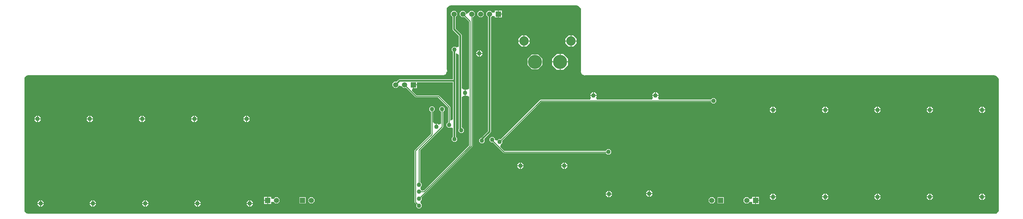
<source format=gbl>
G04*
G04 #@! TF.GenerationSoftware,Altium Limited,Altium Designer,23.10.1 (27)*
G04*
G04 Layer_Physical_Order=2*
G04 Layer_Color=16711680*
%FSLAX44Y44*%
%MOMM*%
G71*
G04*
G04 #@! TF.SameCoordinates,03B978FF-55A4-44C7-B640-70ACE0D70F40*
G04*
G04*
G04 #@! TF.FilePolarity,Positive*
G04*
G01*
G75*
%ADD16C,0.2540*%
%ADD53C,0.5100*%
%ADD55C,1.5000*%
%ADD56R,1.5000X1.5000*%
%ADD57C,2.7000*%
%ADD58C,4.0500*%
%ADD59C,1.2700*%
G36*
X191746Y598451D02*
Y598451D01*
X196748Y593626D01*
X197121Y593090D01*
X197143Y593037D01*
X199180Y591030D01*
Y410210D01*
X199180Y410210D01*
X198553D01*
X201774Y402434D01*
X209550Y399213D01*
X209550Y397781D01*
X209550Y397781D01*
X209550Y397781D01*
X210986Y399217D01*
X211129Y399360D01*
X216290Y399840D01*
X1383206D01*
X1389357Y397790D01*
X1394730Y393861D01*
X1396001Y391160D01*
X1396022Y391108D01*
X1398060Y389100D01*
Y9679D01*
X1396010Y7643D01*
X1396010D01*
X1391921Y2912D01*
X1391921Y2349D01*
X1391920Y1480D01*
X1391920Y1480D01*
X-1385513D01*
X-1391920Y2912D01*
X-1396628Y7620D01*
X-1396970D01*
X-1398060Y7620D01*
Y392269D01*
X-1396629Y393700D01*
X-1391866Y397803D01*
X-1391866Y397803D01*
X-1391087Y398595D01*
X-1385513Y399840D01*
X-196850D01*
Y399213D01*
X-189074Y402434D01*
X-185859Y410196D01*
X-184431Y410187D01*
X-184421Y410209D01*
X-186481Y417210D01*
X-186480Y593090D01*
X-185153D01*
X-184504Y594658D01*
X-180910Y597160D01*
X-179070Y598441D01*
X-179070Y598441D01*
X-179023Y598461D01*
X-178128Y599367D01*
X-172620Y600500D01*
X185595D01*
X191746Y598451D01*
D02*
G37*
%LPC*%
G36*
X-39370Y585350D02*
X-48140D01*
Y579933D01*
X-55140Y579353D01*
X-59867Y584080D01*
X-67133D01*
X-72270Y578943D01*
Y571677D01*
X-67635Y567042D01*
Y239203D01*
X-86559Y220278D01*
X-86985Y219250D01*
X-88246D01*
X-92710Y214786D01*
Y208473D01*
X-88246Y204010D01*
X-81934D01*
X-77470Y208473D01*
Y214786D01*
X-78913Y216229D01*
X-60576Y234566D01*
X-60576Y234566D01*
X-59365Y237490D01*
Y566169D01*
X-55140Y570174D01*
X-48140Y568619D01*
Y565270D01*
X-39370D01*
Y575310D01*
Y585350D01*
D02*
G37*
G36*
X-28060D02*
X-36830D01*
Y576580D01*
X-28060D01*
Y585350D01*
D02*
G37*
G36*
X-110667Y584080D02*
X-117933D01*
X-123070Y578943D01*
Y578854D01*
X-130070Y574688D01*
X-130930Y575154D01*
Y578943D01*
X-136067Y584080D01*
X-143333D01*
X-148470Y578943D01*
Y571677D01*
X-143333Y566540D01*
X-136685D01*
X-136067Y566540D01*
X-135297Y567019D01*
X-129442Y561164D01*
X-122129Y553851D01*
X-122129Y551935D01*
Y360501D01*
X-129129Y357602D01*
X-129668Y358140D01*
X-132080D01*
Y349250D01*
Y340360D01*
X-129668D01*
X-129129Y340898D01*
X-122129Y337999D01*
Y197989D01*
X-251133Y68985D01*
X-257790Y68156D01*
X-260670Y71036D01*
X-261660Y75000D01*
X-260670Y78964D01*
X-257790Y81844D01*
Y88156D01*
X-262254Y92620D01*
X-262661D01*
Y184301D01*
X-225221Y221741D01*
X-210808Y236154D01*
X-197446Y249516D01*
X-197446Y249516D01*
X-196641Y251460D01*
X-196641Y253751D01*
X-196641Y256524D01*
Y261052D01*
Y294458D01*
X-196234Y294640D01*
X-195513Y295361D01*
X-191770Y299104D01*
Y305416D01*
X-196234Y309880D01*
X-202546D01*
X-207010Y305416D01*
Y299104D01*
X-203320Y295414D01*
X-202546Y294640D01*
X-202139Y294458D01*
Y262693D01*
X-202139Y260171D01*
X-203641Y259549D01*
X-209139Y257272D01*
X-212218Y260350D01*
X-214630D01*
Y251460D01*
X-217170D01*
Y260350D01*
X-218851D01*
X-219582Y260350D01*
X-224349Y263111D01*
X-225851Y263981D01*
Y266470D01*
Y294458D01*
X-225444Y294640D01*
X-224723Y295361D01*
X-220980Y299104D01*
Y305416D01*
X-225444Y309880D01*
X-231756D01*
X-236220Y305416D01*
Y299104D01*
X-232530Y295414D01*
X-231756Y294640D01*
X-231349Y294458D01*
Y265023D01*
X-231349Y260356D01*
Y231009D01*
X-233013Y229345D01*
X-277534Y184824D01*
X-278339Y182880D01*
X-278339Y182880D01*
Y85279D01*
Y64721D01*
Y45279D01*
X-278339Y35160D01*
X-278339Y35160D01*
X-277534Y33216D01*
X-272891Y28573D01*
X-273050Y28156D01*
Y21844D01*
X-268586Y17380D01*
X-262274D01*
X-257810Y21844D01*
Y28156D01*
X-260684Y31030D01*
X-261669Y35017D01*
X-260676Y38958D01*
X-258276Y41358D01*
X-257790Y41844D01*
Y48156D01*
X-257790D01*
Y48732D01*
X-112356Y194166D01*
X-112356Y194166D01*
X-111551Y196110D01*
X-111551Y196110D01*
Y552376D01*
X-111551Y566333D01*
X-110667Y566540D01*
X-110230Y566977D01*
X-105530Y571677D01*
Y578943D01*
X-110667Y584080D01*
D02*
G37*
G36*
X-85267D02*
X-92533D01*
X-97670Y578943D01*
Y571677D01*
X-92533Y566540D01*
X-85267D01*
X-80130Y571677D01*
Y578943D01*
X-85267Y584080D01*
D02*
G37*
G36*
X-28060Y574040D02*
X-36830D01*
Y565270D01*
X-28060D01*
Y574040D01*
D02*
G37*
G36*
X177204Y513880D02*
X171830D01*
Y499110D01*
X186600D01*
Y504484D01*
X177204Y513880D01*
D02*
G37*
G36*
X169290D02*
X163916D01*
X154520Y504484D01*
Y499110D01*
X169290D01*
Y513880D01*
D02*
G37*
G36*
X42204D02*
X36830D01*
Y499110D01*
X51600D01*
Y504484D01*
X42204Y513880D01*
D02*
G37*
G36*
X34290D02*
X28916D01*
X19520Y504484D01*
Y499110D01*
X34290D01*
Y513880D01*
D02*
G37*
G36*
X186600Y496570D02*
X171830D01*
Y481800D01*
X177204D01*
X186600Y491196D01*
Y496570D01*
D02*
G37*
G36*
X169290D02*
X154520D01*
Y491196D01*
X163916Y481800D01*
X169290D01*
Y496570D01*
D02*
G37*
G36*
X51600D02*
X36830D01*
Y481800D01*
X42204D01*
X51600Y491196D01*
Y496570D01*
D02*
G37*
G36*
X34290D02*
X19520D01*
Y491196D01*
X28916Y481800D01*
X34290D01*
Y496570D01*
D02*
G37*
G36*
X-161467Y584080D02*
X-168733D01*
X-173870Y578943D01*
Y571677D01*
X-169235Y567042D01*
Y532130D01*
X-168024Y529206D01*
X-151455Y512637D01*
Y482010D01*
X-158455Y479111D01*
X-160674Y481330D01*
X-166986D01*
X-171450Y476866D01*
Y470554D01*
X-167965Y467068D01*
Y387675D01*
X-321310D01*
X-324234Y386464D01*
X-329817Y380880D01*
X-336373D01*
X-341510Y375743D01*
Y368477D01*
X-336373Y363340D01*
X-329107D01*
X-323970Y368477D01*
Y368783D01*
X-323110Y369347D01*
X-316110Y368477D01*
X-310973Y363340D01*
X-304326D01*
X-303707Y363340D01*
X-302937Y363819D01*
X-292879Y353761D01*
X-292879Y353761D01*
X-290496Y351378D01*
X-275911Y336792D01*
X-275910Y336792D01*
X-273967Y335987D01*
X-270248D01*
X-213955D01*
X-211178Y335987D01*
X-210273Y335082D01*
X-183305Y308113D01*
X-181819Y306628D01*
Y305408D01*
X-181819Y271451D01*
X-181819Y264342D01*
X-182226Y264160D01*
X-182947Y263440D01*
X-186690Y259696D01*
Y253384D01*
X-182712Y249406D01*
X-182226Y248920D01*
X-175914D01*
X-174965Y249869D01*
X-167965Y246970D01*
Y222542D01*
X-171450Y219056D01*
Y212744D01*
X-166986Y208280D01*
X-160674D01*
X-156210Y212744D01*
Y219056D01*
X-159695Y222542D01*
Y383540D01*
Y461246D01*
X-158455Y462075D01*
X-151455Y458333D01*
Y246367D01*
X-151034Y245352D01*
X-151930Y244456D01*
Y238144D01*
X-147466Y233680D01*
X-146779Y233680D01*
X-141154D01*
X-136690Y238144D01*
Y244456D01*
X-141154Y248920D01*
X-143185D01*
Y336613D01*
X-137032Y340360D01*
X-136185Y340360D01*
X-134620D01*
Y349250D01*
Y358140D01*
X-136185D01*
X-137032Y358140D01*
X-143185Y361887D01*
Y514350D01*
X-144396Y517274D01*
X-144396Y517274D01*
X-160965Y533843D01*
Y567042D01*
X-156330Y571677D01*
Y578943D01*
X-161467Y584080D01*
D02*
G37*
G36*
X-89028Y471170D02*
X-91440D01*
Y463550D01*
X-83820D01*
Y465962D01*
X-89028Y471170D01*
D02*
G37*
G36*
X-93980D02*
X-96392D01*
X-101600Y465962D01*
Y463550D01*
X-93980D01*
Y471170D01*
D02*
G37*
G36*
X-83820Y461010D02*
X-91440D01*
Y453390D01*
X-89028D01*
X-83820Y458598D01*
Y461010D01*
D02*
G37*
G36*
X-93980D02*
X-101600D01*
Y458598D01*
X-96392Y453390D01*
X-93980D01*
Y461010D01*
D02*
G37*
G36*
X148500Y460630D02*
X140330D01*
Y439110D01*
X161850D01*
Y447280D01*
X148500Y460630D01*
D02*
G37*
G36*
X137790D02*
X129620D01*
X116270Y447280D01*
Y439110D01*
X137790D01*
Y460630D01*
D02*
G37*
G36*
X75974Y459360D02*
X58146D01*
X45540Y446754D01*
Y428926D01*
X58146Y416320D01*
X75974D01*
X88580Y428926D01*
Y446754D01*
X75974Y459360D01*
D02*
G37*
G36*
X161850Y436570D02*
X140330D01*
Y415050D01*
X148500D01*
X161850Y428400D01*
Y436570D01*
D02*
G37*
G36*
X137790D02*
X116270D01*
Y428400D01*
X129620Y415050D01*
X137790D01*
Y436570D01*
D02*
G37*
G36*
X416432Y350520D02*
X414020D01*
Y342900D01*
X421640D01*
Y345312D01*
X416432Y350520D01*
D02*
G37*
G36*
X411480D02*
X409068D01*
X403860Y345312D01*
Y342900D01*
X411480D01*
Y350520D01*
D02*
G37*
G36*
X238632D02*
X236220D01*
Y342900D01*
X243840D01*
Y345312D01*
X238632Y350520D01*
D02*
G37*
G36*
X233680D02*
X231268D01*
X226060Y345312D01*
Y342900D01*
X233680D01*
Y350520D01*
D02*
G37*
G36*
X421640Y340360D02*
X403860D01*
Y337948D01*
X405668Y336139D01*
X402783Y329174D01*
X402761Y329139D01*
X395714D01*
X251987D01*
X244939D01*
X244917Y329174D01*
X244309Y330641D01*
X242032Y336139D01*
X243840Y337948D01*
Y340360D01*
X226060D01*
Y337948D01*
X227868Y336139D01*
X225128Y329523D01*
X224952Y329139D01*
X219867D01*
X87624D01*
X83820D01*
X83820Y329139D01*
X81876Y328334D01*
X79224Y325682D01*
X-29597Y216861D01*
X-30717Y215741D01*
X-31134Y215900D01*
X-32153Y215900D01*
X-37446D01*
X-41253Y212094D01*
X-41265Y212087D01*
X-48260Y213006D01*
Y217786D01*
X-52724Y222250D01*
X-59036D01*
X-63500Y217786D01*
Y211474D01*
X-59036Y207010D01*
X-55018D01*
X-53845Y207010D01*
X-39170Y192335D01*
X-39170D01*
X-36687Y189852D01*
X-23941Y177106D01*
X-23941Y177106D01*
X-21997Y176301D01*
X-21997Y176301D01*
X-18201D01*
X268306D01*
X270123D01*
X271110Y175313D01*
X274544Y171880D01*
X280856D01*
X285320Y176343D01*
Y182656D01*
X281343Y186634D01*
X280857Y187120D01*
X274544D01*
X274058Y186634D01*
X270549Y183125D01*
X270080Y182656D01*
X269870Y181800D01*
X268349D01*
X-18049D01*
X-20858Y181800D01*
X-32719Y193660D01*
X-32327Y195391D01*
X-31134Y200660D01*
X-30476Y201317D01*
X-26670Y205124D01*
Y210342D01*
X-26670Y211436D01*
X-26829Y211853D01*
X-25712Y212970D01*
X83050Y321732D01*
X84959Y323641D01*
X87658Y323641D01*
X222303D01*
X227511D01*
X234950Y323641D01*
X241284Y323641D01*
X248458D01*
X399242D01*
X406416D01*
X412750Y323641D01*
X419084Y323641D01*
X425344D01*
X569746D01*
X571318D01*
X571500Y323234D01*
X572220Y322513D01*
X575964Y318770D01*
X582276D01*
X586740Y323234D01*
Y329546D01*
X582276Y334010D01*
X575964D01*
X572274Y330320D01*
X571500Y329546D01*
X571318Y329139D01*
X569721D01*
X427953D01*
X422752D01*
X422583Y329496D01*
X422109Y330641D01*
X419832Y336139D01*
X421640Y337948D01*
Y340360D01*
D02*
G37*
G36*
X1353682Y308890D02*
X1351270D01*
Y301270D01*
X1358890D01*
Y303682D01*
X1353682Y308890D01*
D02*
G37*
G36*
X1348730D02*
X1346318D01*
X1341110Y303682D01*
Y301270D01*
X1348730D01*
Y308890D01*
D02*
G37*
G36*
X1203682D02*
X1201270D01*
Y301270D01*
X1208890D01*
Y303682D01*
X1203682Y308890D01*
D02*
G37*
G36*
X1198730D02*
X1196318D01*
X1191110Y303682D01*
Y301270D01*
X1198730D01*
Y308890D01*
D02*
G37*
G36*
X1053682D02*
X1051270D01*
Y301270D01*
X1058890D01*
Y303682D01*
X1053682Y308890D01*
D02*
G37*
G36*
X1048730D02*
X1046318D01*
X1041110Y303682D01*
Y301270D01*
X1048730D01*
Y308890D01*
D02*
G37*
G36*
X903682D02*
X901270D01*
Y301270D01*
X908890D01*
Y303682D01*
X903682Y308890D01*
D02*
G37*
G36*
X898730D02*
X896318D01*
X891110Y303682D01*
Y301270D01*
X898730D01*
Y308890D01*
D02*
G37*
G36*
X753682D02*
X751270D01*
Y301270D01*
X758890D01*
Y303682D01*
X753682Y308890D01*
D02*
G37*
G36*
X748730D02*
X746318D01*
X741110Y303682D01*
Y301270D01*
X748730D01*
Y308890D01*
D02*
G37*
G36*
X1358890Y298730D02*
X1351270D01*
Y291110D01*
X1353682D01*
X1358890Y296318D01*
Y298730D01*
D02*
G37*
G36*
X1348730D02*
X1341110D01*
Y296318D01*
X1346318Y291110D01*
X1348730D01*
Y298730D01*
D02*
G37*
G36*
X1208890D02*
X1201270D01*
Y291110D01*
X1203682D01*
X1208890Y296318D01*
Y298730D01*
D02*
G37*
G36*
X1198730D02*
X1191110D01*
Y296318D01*
X1196318Y291110D01*
X1198730D01*
Y298730D01*
D02*
G37*
G36*
X1058890D02*
X1051270D01*
Y291110D01*
X1053682D01*
X1058890Y296318D01*
Y298730D01*
D02*
G37*
G36*
X1048730D02*
X1041110D01*
Y296318D01*
X1046318Y291110D01*
X1048730D01*
Y298730D01*
D02*
G37*
G36*
X908890D02*
X901270D01*
Y291110D01*
X903682D01*
X908890Y296318D01*
Y298730D01*
D02*
G37*
G36*
X898730D02*
X891110D01*
Y296318D01*
X896318Y291110D01*
X898730D01*
Y298730D01*
D02*
G37*
G36*
X758890D02*
X751270D01*
Y291110D01*
X753682D01*
X758890Y296318D01*
Y298730D01*
D02*
G37*
G36*
X748730D02*
X741110D01*
Y296318D01*
X746318Y291110D01*
X748730D01*
Y298730D01*
D02*
G37*
G36*
X-756478Y282920D02*
X-758890D01*
Y275300D01*
X-751270D01*
Y277712D01*
X-756478Y282920D01*
D02*
G37*
G36*
X-761430D02*
X-763842D01*
X-769050Y277712D01*
Y275300D01*
X-761430D01*
Y282920D01*
D02*
G37*
G36*
X-906478D02*
X-908890D01*
Y275300D01*
X-901270D01*
Y277712D01*
X-906478Y282920D01*
D02*
G37*
G36*
X-911430D02*
X-913842D01*
X-919050Y277712D01*
Y275300D01*
X-911430D01*
Y282920D01*
D02*
G37*
G36*
X-1056478D02*
X-1058890D01*
Y275300D01*
X-1051270D01*
Y277712D01*
X-1056478Y282920D01*
D02*
G37*
G36*
X-1061430D02*
X-1063842D01*
X-1069050Y277712D01*
Y275300D01*
X-1061430D01*
Y282920D01*
D02*
G37*
G36*
X-1206478D02*
X-1208890D01*
Y275300D01*
X-1201270D01*
Y277712D01*
X-1206478Y282920D01*
D02*
G37*
G36*
X-1211430D02*
X-1213842D01*
X-1219050Y277712D01*
Y275300D01*
X-1211430D01*
Y282920D01*
D02*
G37*
G36*
X-1356478D02*
X-1358890D01*
Y275300D01*
X-1351270D01*
Y277712D01*
X-1356478Y282920D01*
D02*
G37*
G36*
X-1361430D02*
X-1363842D01*
X-1369050Y277712D01*
Y275300D01*
X-1361430D01*
Y282920D01*
D02*
G37*
G36*
X-751270Y272760D02*
X-758890D01*
Y265140D01*
X-756478D01*
X-751270Y270347D01*
Y272760D01*
D02*
G37*
G36*
X-761430D02*
X-769050D01*
Y270347D01*
X-763842Y265140D01*
X-761430D01*
Y272760D01*
D02*
G37*
G36*
X-901270D02*
X-908890D01*
Y265140D01*
X-906478D01*
X-901270Y270347D01*
Y272760D01*
D02*
G37*
G36*
X-911430D02*
X-919050D01*
Y270347D01*
X-913842Y265140D01*
X-911430D01*
Y272760D01*
D02*
G37*
G36*
X-1051270D02*
X-1058890D01*
Y265140D01*
X-1056478D01*
X-1051270Y270347D01*
Y272760D01*
D02*
G37*
G36*
X-1061430D02*
X-1069050D01*
Y270347D01*
X-1063842Y265140D01*
X-1061430D01*
Y272760D01*
D02*
G37*
G36*
X-1201270D02*
X-1208890D01*
Y265140D01*
X-1206478D01*
X-1201270Y270347D01*
Y272760D01*
D02*
G37*
G36*
X-1211430D02*
X-1219050D01*
Y270347D01*
X-1213842Y265140D01*
X-1211430D01*
Y272760D01*
D02*
G37*
G36*
X-1351270D02*
X-1358890D01*
Y265140D01*
X-1356478D01*
X-1351270Y270347D01*
Y272760D01*
D02*
G37*
G36*
X-1361430D02*
X-1369050D01*
Y270347D01*
X-1363842Y265140D01*
X-1361430D01*
Y272760D01*
D02*
G37*
G36*
X154812Y148590D02*
X152400D01*
Y140970D01*
X160020D01*
Y143382D01*
X154812Y148590D01*
D02*
G37*
G36*
X149860D02*
X147448D01*
X142240Y143382D01*
Y140970D01*
X149860D01*
Y148590D01*
D02*
G37*
G36*
X29082D02*
X26670D01*
Y140970D01*
X34290D01*
Y143382D01*
X29082Y148590D01*
D02*
G37*
G36*
X24130D02*
X21718D01*
X16510Y143382D01*
Y140970D01*
X24130D01*
Y148590D01*
D02*
G37*
G36*
X160020Y138430D02*
X152400D01*
Y130810D01*
X154812D01*
X160020Y136018D01*
Y138430D01*
D02*
G37*
G36*
X149860D02*
X142240D01*
Y136018D01*
X147448Y130810D01*
X149860D01*
Y138430D01*
D02*
G37*
G36*
X34290D02*
X26670D01*
Y130810D01*
X29082D01*
X34290Y136018D01*
Y138430D01*
D02*
G37*
G36*
X24130D02*
X16510D01*
Y136018D01*
X21718Y130810D01*
X24130D01*
Y138430D01*
D02*
G37*
G36*
X398652Y68580D02*
X396240D01*
Y60960D01*
X403860D01*
Y63372D01*
X398652Y68580D01*
D02*
G37*
G36*
X393700D02*
X391288D01*
X386080Y63372D01*
Y60960D01*
X393700D01*
Y68580D01*
D02*
G37*
G36*
X283082Y67310D02*
X280670D01*
Y59690D01*
X288290D01*
Y62102D01*
X283082Y67310D01*
D02*
G37*
G36*
X278130D02*
X275718D01*
X270510Y62102D01*
Y59690D01*
X278130D01*
Y67310D01*
D02*
G37*
G36*
X1353682Y58890D02*
X1351270D01*
Y51270D01*
X1358890D01*
Y53682D01*
X1353682Y58890D01*
D02*
G37*
G36*
X1348730D02*
X1346318D01*
X1341110Y53682D01*
Y51270D01*
X1348730D01*
Y58890D01*
D02*
G37*
G36*
X1203682D02*
X1201270D01*
Y51270D01*
X1208890D01*
Y53682D01*
X1203682Y58890D01*
D02*
G37*
G36*
X1198730D02*
X1196318D01*
X1191110Y53682D01*
Y51270D01*
X1198730D01*
Y58890D01*
D02*
G37*
G36*
X1053682D02*
X1051270D01*
Y51270D01*
X1058890D01*
Y53682D01*
X1053682Y58890D01*
D02*
G37*
G36*
X1048730D02*
X1046318D01*
X1041110Y53682D01*
Y51270D01*
X1048730D01*
Y58890D01*
D02*
G37*
G36*
X903682D02*
X901270D01*
Y51270D01*
X908890D01*
Y53682D01*
X903682Y58890D01*
D02*
G37*
G36*
X898730D02*
X896318D01*
X891110Y53682D01*
Y51270D01*
X898730D01*
Y58890D01*
D02*
G37*
G36*
X753682D02*
X751270D01*
Y51270D01*
X758890D01*
Y53682D01*
X753682Y58890D01*
D02*
G37*
G36*
X748730D02*
X746318D01*
X741110Y53682D01*
Y51270D01*
X748730D01*
Y58890D01*
D02*
G37*
G36*
X403860Y58420D02*
X396240D01*
Y50800D01*
X398652D01*
X403860Y56008D01*
Y58420D01*
D02*
G37*
G36*
X393700D02*
X386080D01*
Y56008D01*
X391288Y50800D01*
X393700D01*
Y58420D01*
D02*
G37*
G36*
X288290Y57150D02*
X280670D01*
Y49530D01*
X283082D01*
X288290Y54738D01*
Y57150D01*
D02*
G37*
G36*
X278130D02*
X270510D01*
Y54738D01*
X275718Y49530D01*
X278130D01*
Y57150D01*
D02*
G37*
G36*
X698730Y50040D02*
X689960D01*
Y44622D01*
X682960Y44043D01*
X678233Y48770D01*
X670967D01*
X665830Y43633D01*
Y36367D01*
X670967Y31230D01*
X678233D01*
X682960Y35957D01*
X689960Y35378D01*
Y29960D01*
X698730D01*
Y40000D01*
Y50040D01*
D02*
G37*
G36*
X710040D02*
X701270D01*
Y41270D01*
X710040D01*
Y50040D01*
D02*
G37*
G36*
X-701270D02*
X-710040D01*
Y41270D01*
X-701270D01*
Y50040D01*
D02*
G37*
G36*
X1358890Y48730D02*
X1351270D01*
Y41110D01*
X1353682D01*
X1358890Y46318D01*
Y48730D01*
D02*
G37*
G36*
X1348730D02*
X1341110D01*
Y46318D01*
X1346318Y41110D01*
X1348730D01*
Y48730D01*
D02*
G37*
G36*
X1208890D02*
X1201270D01*
Y41110D01*
X1203682D01*
X1208890Y46318D01*
Y48730D01*
D02*
G37*
G36*
X1198730D02*
X1191110D01*
Y46318D01*
X1196318Y41110D01*
X1198730D01*
Y48730D01*
D02*
G37*
G36*
X1058890D02*
X1051270D01*
Y41110D01*
X1053682D01*
X1058890Y46318D01*
Y48730D01*
D02*
G37*
G36*
X1048730D02*
X1041110D01*
Y46318D01*
X1046318Y41110D01*
X1048730D01*
Y48730D01*
D02*
G37*
G36*
X908890D02*
X901270D01*
Y41110D01*
X903682D01*
X908890Y46318D01*
Y48730D01*
D02*
G37*
G36*
X898730D02*
X891110D01*
Y46318D01*
X896318Y41110D01*
X898730D01*
Y48730D01*
D02*
G37*
G36*
X758890D02*
X751270D01*
Y41110D01*
X753682D01*
X758890Y46318D01*
Y48730D01*
D02*
G37*
G36*
X748730D02*
X741110D01*
Y46318D01*
X746318Y41110D01*
X748730D01*
Y48730D01*
D02*
G37*
G36*
X-747588Y40160D02*
X-750000D01*
Y32540D01*
X-742380D01*
Y34952D01*
X-747588Y40160D01*
D02*
G37*
G36*
X-752540D02*
X-754952D01*
X-760160Y34952D01*
Y32540D01*
X-752540D01*
Y40160D01*
D02*
G37*
G36*
X-897588D02*
X-900000D01*
Y32540D01*
X-892380D01*
Y34952D01*
X-897588Y40160D01*
D02*
G37*
G36*
X-902540D02*
X-904952D01*
X-910160Y34952D01*
Y32540D01*
X-902540D01*
Y40160D01*
D02*
G37*
G36*
X-1047588D02*
X-1050000D01*
Y32540D01*
X-1042380D01*
Y34952D01*
X-1047588Y40160D01*
D02*
G37*
G36*
X-1052540D02*
X-1054952D01*
X-1060160Y34952D01*
Y32540D01*
X-1052540D01*
Y40160D01*
D02*
G37*
G36*
X-1197588D02*
X-1200000D01*
Y32540D01*
X-1192380D01*
Y34952D01*
X-1197588Y40160D01*
D02*
G37*
G36*
X-1202540D02*
X-1204952D01*
X-1210160Y34952D01*
Y32540D01*
X-1202540D01*
Y40160D01*
D02*
G37*
G36*
X-1347588D02*
X-1350000D01*
Y32540D01*
X-1342380D01*
Y34952D01*
X-1347588Y40160D01*
D02*
G37*
G36*
X-1352540D02*
X-1354952D01*
X-1360160Y34952D01*
Y32540D01*
X-1352540D01*
Y40160D01*
D02*
G37*
G36*
X608770Y48770D02*
X591230D01*
Y31230D01*
X608770D01*
Y48770D01*
D02*
G37*
G36*
X578232D02*
X570967D01*
X565830Y43633D01*
Y36367D01*
X570967Y31230D01*
X578232D01*
X583370Y36367D01*
Y43633D01*
X578232Y48770D01*
D02*
G37*
G36*
X-570967D02*
X-578232D01*
X-583370Y43633D01*
Y36367D01*
X-578232Y31230D01*
X-570967D01*
X-565830Y36367D01*
Y43633D01*
X-570967Y48770D01*
D02*
G37*
G36*
X-591230D02*
X-608770D01*
Y31230D01*
X-591230D01*
Y48770D01*
D02*
G37*
G36*
X-689960Y50040D02*
X-698730D01*
Y40000D01*
Y29960D01*
X-689960D01*
Y35378D01*
X-682960Y35957D01*
X-678233Y31230D01*
X-670967D01*
X-665830Y36367D01*
Y43633D01*
X-670967Y48770D01*
X-678233D01*
X-682960Y44043D01*
X-689960Y44622D01*
Y50040D01*
D02*
G37*
G36*
X710040Y38730D02*
X701270D01*
Y29960D01*
X710040D01*
Y38730D01*
D02*
G37*
G36*
X-701270D02*
X-710040D01*
Y29960D01*
X-701270D01*
Y38730D01*
D02*
G37*
G36*
X-742380Y30000D02*
X-750000D01*
Y22380D01*
X-747588D01*
X-742380Y27587D01*
Y30000D01*
D02*
G37*
G36*
X-752540D02*
X-760160D01*
Y27587D01*
X-754952Y22380D01*
X-752540D01*
Y30000D01*
D02*
G37*
G36*
X-892380D02*
X-900000D01*
Y22380D01*
X-897588D01*
X-892380Y27587D01*
Y30000D01*
D02*
G37*
G36*
X-902540D02*
X-910160D01*
Y27587D01*
X-904952Y22380D01*
X-902540D01*
Y30000D01*
D02*
G37*
G36*
X-1042380D02*
X-1050000D01*
Y22380D01*
X-1047588D01*
X-1042380Y27587D01*
Y30000D01*
D02*
G37*
G36*
X-1052540D02*
X-1060160D01*
Y27587D01*
X-1054952Y22380D01*
X-1052540D01*
Y30000D01*
D02*
G37*
G36*
X-1192380D02*
X-1200000D01*
Y22380D01*
X-1197588D01*
X-1192380Y27587D01*
Y30000D01*
D02*
G37*
G36*
X-1202540D02*
X-1210160D01*
Y27587D01*
X-1204952Y22380D01*
X-1202540D01*
Y30000D01*
D02*
G37*
G36*
X-1342380D02*
X-1350000D01*
Y22380D01*
X-1347588D01*
X-1342380Y27587D01*
Y30000D01*
D02*
G37*
G36*
X-1352540D02*
X-1360160D01*
Y27587D01*
X-1354952Y22380D01*
X-1352540D01*
Y30000D01*
D02*
G37*
%LPD*%
G36*
X-167965Y273062D02*
X-174965Y269320D01*
X-176321Y270226D01*
Y305209D01*
X-176321Y307767D01*
X-177126Y309711D01*
X-179469Y312054D01*
X-205987Y338572D01*
X-208096Y340681D01*
X-210040Y341486D01*
X-213758Y341486D01*
X-270051D01*
X-272828Y341486D01*
X-286412Y355070D01*
X-285790Y356571D01*
X-283512Y362070D01*
X-283210D01*
Y372110D01*
X-281940D01*
Y373380D01*
X-271900D01*
Y379405D01*
X-167965D01*
Y273062D01*
D02*
G37*
%LPC*%
G36*
X-271900Y370840D02*
X-280670D01*
Y362070D01*
X-271900D01*
Y370840D01*
D02*
G37*
%LPD*%
D16*
X-139700Y575310D02*
X-119380Y554990D01*
Y196850D02*
Y554990D01*
X-251230Y65000D02*
X-119380Y196850D01*
X-265410Y65000D02*
X-251230D01*
X-265410Y45000D02*
X-114300Y196110D01*
Y575310D01*
X-275590Y35160D02*
X-265430Y25000D01*
X-275590Y35160D02*
Y182880D01*
X-55880Y212933D02*
Y214630D01*
Y212933D02*
X-21997Y179050D01*
X-179070Y256540D02*
Y307767D01*
X-199390Y251460D02*
Y302260D01*
X-265410Y185440D02*
X-199390Y251460D01*
X-265410Y85090D02*
Y185440D01*
X-275590Y182880D02*
X-228600Y229870D01*
Y302260D01*
X-210040Y338736D02*
X-179070Y307767D01*
X-273966Y338736D02*
X-210040D01*
X-21997Y179050D02*
X277251D01*
X83820Y326390D02*
X579120D01*
X-34290Y208280D02*
X83820Y326390D01*
X277251Y179050D02*
X277700Y179500D01*
X-307340Y372110D02*
X-273966Y338736D01*
D53*
X-163830Y215900D02*
Y383540D01*
X-332740Y372110D02*
X-321310Y383540D01*
X-163830D02*
Y473710D01*
X-321310Y383540D02*
X-163830D01*
X-147320Y246367D02*
X-144310Y243356D01*
X-165100Y532130D02*
X-147320Y514350D01*
X-144310Y241300D02*
Y243356D01*
X-147320Y246367D02*
Y514350D01*
X-165100Y532130D02*
Y575310D01*
X-83636Y217354D02*
X-63500Y237490D01*
X-83636Y213084D02*
Y217354D01*
X-85090Y211630D02*
X-83636Y213084D01*
X-63500Y237490D02*
Y575310D01*
D55*
X-332740Y372110D02*
D03*
X-307340D02*
D03*
X-674600Y40000D02*
D03*
X-165100Y575310D02*
D03*
X-139700D02*
D03*
X-114300D02*
D03*
X-88900D02*
D03*
X-63500D02*
D03*
X574600Y40000D02*
D03*
X674600D02*
D03*
X-574600D02*
D03*
D56*
X-281940Y372110D02*
D03*
X-700000Y40000D02*
D03*
X-38100Y575310D02*
D03*
X600000Y40000D02*
D03*
X700000D02*
D03*
X-600000D02*
D03*
D57*
X35560Y497840D02*
D03*
X170560D02*
D03*
D58*
X139060Y437840D02*
D03*
X67060D02*
D03*
D59*
X-265410Y45000D02*
D03*
X-133350Y349250D02*
D03*
X-215900Y251460D02*
D03*
X-92710Y462280D02*
D03*
X412750Y341630D02*
D03*
X234950D02*
D03*
X394970Y59690D02*
D03*
X279400Y58420D02*
D03*
X25400Y139700D02*
D03*
X151130D02*
D03*
X-144310Y241300D02*
D03*
X-55880Y214630D02*
D03*
X-179070Y256540D02*
D03*
X-1351270Y31270D02*
D03*
X-1360160Y274030D02*
D03*
X-1201270Y31270D02*
D03*
X-1210160Y274030D02*
D03*
X-1060160D02*
D03*
X-1051270Y31270D02*
D03*
X-910160Y274030D02*
D03*
X-901270Y31270D02*
D03*
X-760160Y274030D02*
D03*
X-751270Y31270D02*
D03*
X750000Y50000D02*
D03*
Y300000D02*
D03*
X900000Y50000D02*
D03*
Y300000D02*
D03*
X1050000Y50000D02*
D03*
Y300000D02*
D03*
X1200000D02*
D03*
Y50000D02*
D03*
X1350000Y300000D02*
D03*
Y50000D02*
D03*
X-199390Y302260D02*
D03*
X-228600D02*
D03*
X-265410Y85000D02*
D03*
Y65000D02*
D03*
X-265430Y25000D02*
D03*
X-163830Y473710D02*
D03*
Y215900D02*
D03*
X-85090Y211630D02*
D03*
X-34290Y208280D02*
D03*
X277700Y179500D02*
D03*
X579120Y326390D02*
D03*
M02*

</source>
